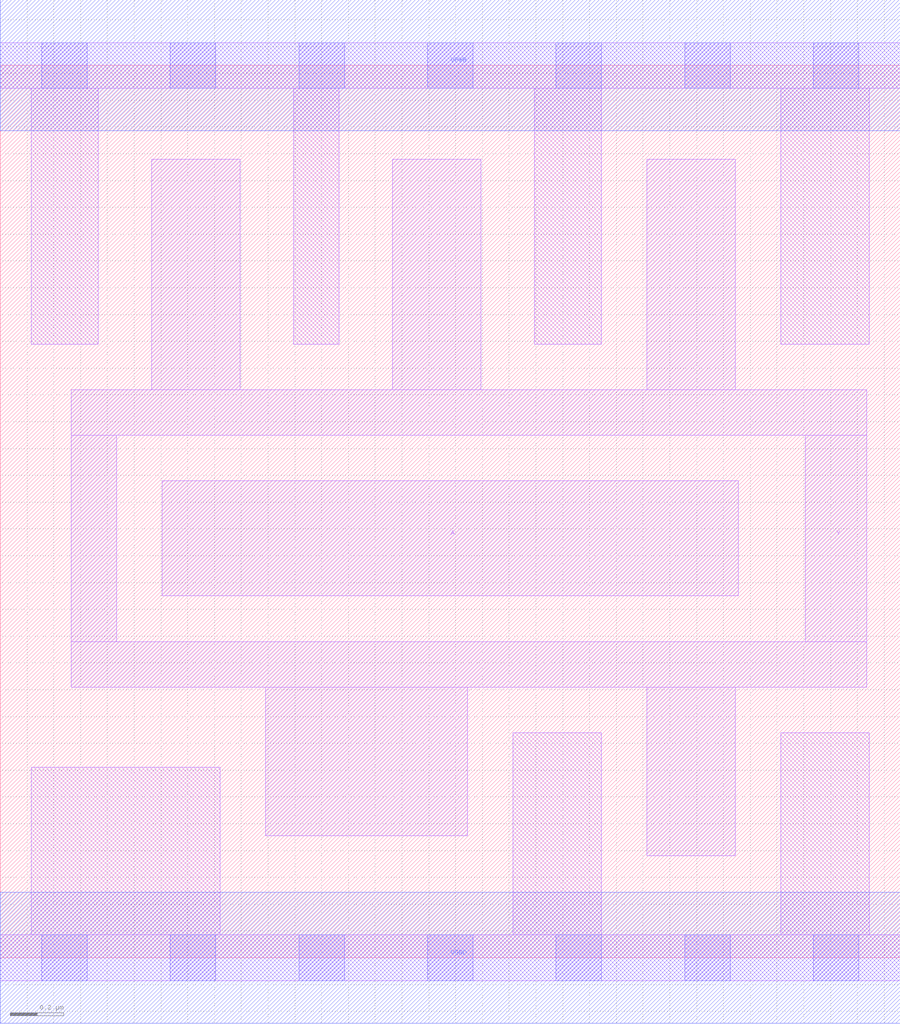
<source format=lef>
# Copyright 2020 The SkyWater PDK Authors
#
# Licensed under the Apache License, Version 2.0 (the "License");
# you may not use this file except in compliance with the License.
# You may obtain a copy of the License at
#
#     https://www.apache.org/licenses/LICENSE-2.0
#
# Unless required by applicable law or agreed to in writing, software
# distributed under the License is distributed on an "AS IS" BASIS,
# WITHOUT WARRANTIES OR CONDITIONS OF ANY KIND, either express or implied.
# See the License for the specific language governing permissions and
# limitations under the License.
#
# SPDX-License-Identifier: Apache-2.0

VERSION 5.7 ;
  NOWIREEXTENSIONATPIN ON ;
  DIVIDERCHAR "/" ;
  BUSBITCHARS "[]" ;
UNITS
  DATABASE MICRONS 200 ;
END UNITS
MACRO sky130_fd_sc_hs__clkinv_4
  CLASS CORE ;
  FOREIGN sky130_fd_sc_hs__clkinv_4 ;
  ORIGIN  0.000000  0.000000 ;
  SIZE  3.360000 BY  3.330000 ;
  SYMMETRY X Y ;
  SITE unit ;
  PIN A
    ANTENNAGATEAREA  1.260000 ;
    DIRECTION INPUT ;
    USE SIGNAL ;
    PORT
      LAYER li1 ;
        RECT 0.605000 1.350000 2.755000 1.780000 ;
    END
  END A
  PIN Y
    ANTENNADIFFAREA  1.432200 ;
    DIRECTION OUTPUT ;
    USE SIGNAL ;
    PORT
      LAYER li1 ;
        RECT 0.265000 1.010000 3.235000 1.180000 ;
        RECT 0.265000 1.180000 0.435000 1.950000 ;
        RECT 0.265000 1.950000 3.235000 2.120000 ;
        RECT 0.565000 2.120000 0.895000 2.980000 ;
        RECT 0.990000 0.455000 1.745000 1.010000 ;
        RECT 1.465000 2.120000 1.795000 2.980000 ;
        RECT 2.415000 0.380000 2.745000 1.010000 ;
        RECT 2.415000 2.120000 2.745000 2.980000 ;
        RECT 3.005000 1.180000 3.235000 1.950000 ;
    END
  END Y
  PIN VGND
    DIRECTION INOUT ;
    USE GROUND ;
    PORT
      LAYER met1 ;
        RECT 0.000000 -0.245000 3.360000 0.245000 ;
    END
  END VGND
  PIN VPWR
    DIRECTION INOUT ;
    USE POWER ;
    PORT
      LAYER met1 ;
        RECT 0.000000 3.085000 3.360000 3.575000 ;
    END
  END VPWR
  OBS
    LAYER li1 ;
      RECT 0.000000 -0.085000 3.360000 0.085000 ;
      RECT 0.000000  3.245000 3.360000 3.415000 ;
      RECT 0.115000  0.085000 0.820000 0.710000 ;
      RECT 0.115000  2.290000 0.365000 3.245000 ;
      RECT 1.095000  2.290000 1.265000 3.245000 ;
      RECT 1.915000  0.085000 2.245000 0.840000 ;
      RECT 1.995000  2.290000 2.245000 3.245000 ;
      RECT 2.915000  0.085000 3.245000 0.840000 ;
      RECT 2.915000  2.290000 3.245000 3.245000 ;
    LAYER mcon ;
      RECT 0.155000 -0.085000 0.325000 0.085000 ;
      RECT 0.155000  3.245000 0.325000 3.415000 ;
      RECT 0.635000 -0.085000 0.805000 0.085000 ;
      RECT 0.635000  3.245000 0.805000 3.415000 ;
      RECT 1.115000 -0.085000 1.285000 0.085000 ;
      RECT 1.115000  3.245000 1.285000 3.415000 ;
      RECT 1.595000 -0.085000 1.765000 0.085000 ;
      RECT 1.595000  3.245000 1.765000 3.415000 ;
      RECT 2.075000 -0.085000 2.245000 0.085000 ;
      RECT 2.075000  3.245000 2.245000 3.415000 ;
      RECT 2.555000 -0.085000 2.725000 0.085000 ;
      RECT 2.555000  3.245000 2.725000 3.415000 ;
      RECT 3.035000 -0.085000 3.205000 0.085000 ;
      RECT 3.035000  3.245000 3.205000 3.415000 ;
  END
END sky130_fd_sc_hs__clkinv_4
END LIBRARY

</source>
